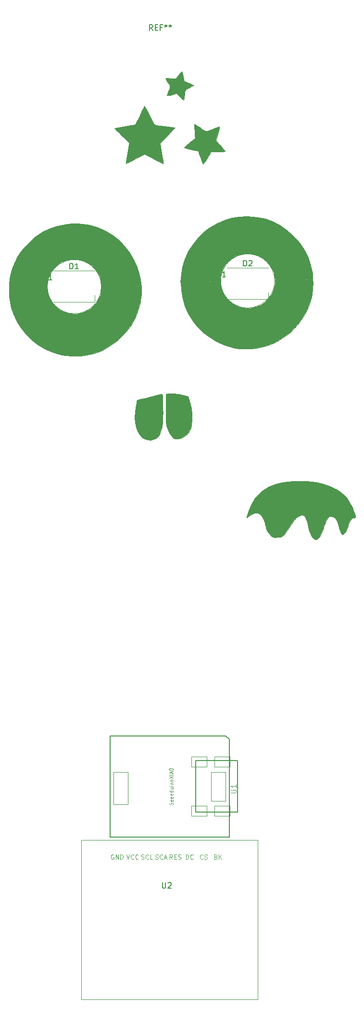
<source format=gbr>
G04 #@! TF.GenerationSoftware,KiCad,Pcbnew,(5.1.2)-1*
G04 #@! TF.CreationDate,2023-11-23T12:08:04+09:00*
G04 #@! TF.ProjectId,gopher_party_xiao_v2,676f7068-6572-45f7-9061-7274795f7869,rev?*
G04 #@! TF.SameCoordinates,Original*
G04 #@! TF.FileFunction,Legend,Top*
G04 #@! TF.FilePolarity,Positive*
%FSLAX46Y46*%
G04 Gerber Fmt 4.6, Leading zero omitted, Abs format (unit mm)*
G04 Created by KiCad (PCBNEW (5.1.2)-1) date 2023-11-23 12:08:04*
%MOMM*%
%LPD*%
G04 APERTURE LIST*
%ADD10C,0.120000*%
%ADD11C,0.100000*%
%ADD12C,0.127000*%
%ADD13C,0.066040*%
%ADD14C,0.150000*%
%ADD15C,0.101600*%
%ADD16C,0.076200*%
G04 APERTURE END LIST*
D10*
X80620000Y-172500000D02*
X111620000Y-172500000D01*
X111620000Y-172500000D02*
X111620000Y-200500000D01*
X111620000Y-200500000D02*
X80620000Y-200500000D01*
X80620000Y-200500000D02*
X80620000Y-172500000D01*
D11*
G36*
X109880000Y-62880000D02*
G01*
X111470000Y-62990000D01*
X112980000Y-63300000D01*
X114330000Y-63790000D01*
X115620000Y-64450000D01*
X116910000Y-65360000D01*
X118210000Y-66570000D01*
X119100000Y-67610000D01*
X119880000Y-68810000D01*
X120550000Y-70140000D01*
X120970000Y-71470000D01*
X121270000Y-72950000D01*
X121330000Y-73980000D01*
X119110000Y-74040000D01*
X116430000Y-74020000D01*
X115140000Y-74040000D01*
X114690000Y-73990000D01*
X114640000Y-73520000D01*
X114510000Y-72880000D01*
X114260000Y-72220000D01*
X113970000Y-71700000D01*
X113630000Y-71210000D01*
X113300000Y-70850000D01*
X112970000Y-70530000D01*
X112500000Y-70180000D01*
X111990000Y-69920000D01*
X111340000Y-69630000D01*
X110810000Y-69510000D01*
X110180000Y-69440000D01*
X109540000Y-69440000D01*
X108990000Y-69500000D01*
X108350000Y-69670000D01*
X107760000Y-69920000D01*
X107410000Y-70110000D01*
X106860000Y-70500000D01*
X106390000Y-70870000D01*
X106000000Y-71370000D01*
X105660000Y-71920000D01*
X105390000Y-72490000D01*
X105220000Y-73020000D01*
X105130000Y-73520000D01*
X105090000Y-73790000D01*
X105080000Y-74070000D01*
X105070000Y-74310000D01*
X98060000Y-74420000D01*
X98080000Y-73880000D01*
X98150000Y-73030000D01*
X98370000Y-71850000D01*
X98420000Y-71620000D01*
X98720000Y-70680000D01*
X99410000Y-69080000D01*
X100130000Y-67900000D01*
X100950000Y-66800000D01*
X102010000Y-65750000D01*
X103070000Y-64920000D01*
X104460000Y-64110000D01*
X105950000Y-63470000D01*
X107150000Y-63130000D01*
X108390000Y-62930000D01*
X109880000Y-62880000D01*
G37*
X109880000Y-62880000D02*
X111470000Y-62990000D01*
X112980000Y-63300000D01*
X114330000Y-63790000D01*
X115620000Y-64450000D01*
X116910000Y-65360000D01*
X118210000Y-66570000D01*
X119100000Y-67610000D01*
X119880000Y-68810000D01*
X120550000Y-70140000D01*
X120970000Y-71470000D01*
X121270000Y-72950000D01*
X121330000Y-73980000D01*
X119110000Y-74040000D01*
X116430000Y-74020000D01*
X115140000Y-74040000D01*
X114690000Y-73990000D01*
X114640000Y-73520000D01*
X114510000Y-72880000D01*
X114260000Y-72220000D01*
X113970000Y-71700000D01*
X113630000Y-71210000D01*
X113300000Y-70850000D01*
X112970000Y-70530000D01*
X112500000Y-70180000D01*
X111990000Y-69920000D01*
X111340000Y-69630000D01*
X110810000Y-69510000D01*
X110180000Y-69440000D01*
X109540000Y-69440000D01*
X108990000Y-69500000D01*
X108350000Y-69670000D01*
X107760000Y-69920000D01*
X107410000Y-70110000D01*
X106860000Y-70500000D01*
X106390000Y-70870000D01*
X106000000Y-71370000D01*
X105660000Y-71920000D01*
X105390000Y-72490000D01*
X105220000Y-73020000D01*
X105130000Y-73520000D01*
X105090000Y-73790000D01*
X105080000Y-74070000D01*
X105070000Y-74310000D01*
X98060000Y-74420000D01*
X98080000Y-73880000D01*
X98150000Y-73030000D01*
X98370000Y-71850000D01*
X98420000Y-71620000D01*
X98720000Y-70680000D01*
X99410000Y-69080000D01*
X100130000Y-67900000D01*
X100950000Y-66800000D01*
X102010000Y-65750000D01*
X103070000Y-64920000D01*
X104460000Y-64110000D01*
X105950000Y-63470000D01*
X107150000Y-63130000D01*
X108390000Y-62930000D01*
X109880000Y-62880000D01*
G36*
X114690000Y-74050000D02*
G01*
X121330000Y-74010000D01*
X121360000Y-74500000D01*
X121310000Y-75690000D01*
X121110000Y-77070000D01*
X120710000Y-78410000D01*
X120130000Y-79760000D01*
X119050000Y-81490000D01*
X118030000Y-82670000D01*
X116980000Y-83600000D01*
X115710000Y-84490000D01*
X114510000Y-85130000D01*
X113180000Y-85650000D01*
X111360000Y-86040000D01*
X110290000Y-86150000D01*
X109200000Y-86160000D01*
X108400000Y-86110000D01*
X107680000Y-86030000D01*
X107120000Y-85910000D01*
X105740000Y-85490000D01*
X104350000Y-84860000D01*
X103150000Y-84150000D01*
X101990000Y-83250000D01*
X100900000Y-82150000D01*
X100100000Y-81120000D01*
X99310000Y-79790000D01*
X98800000Y-78650000D01*
X98410000Y-77340000D01*
X98160000Y-75940000D01*
X98080000Y-74430000D01*
X105060000Y-74350000D01*
X105120000Y-74820000D01*
X105230000Y-75520000D01*
X105510000Y-76250000D01*
X105960000Y-77030000D01*
X106540000Y-77690000D01*
X107300000Y-78300000D01*
X108250000Y-78740000D01*
X108950000Y-78940000D01*
X109860000Y-79040000D01*
X110340000Y-79010000D01*
X110970000Y-78890000D01*
X111690000Y-78690000D01*
X112040000Y-78520000D01*
X112510000Y-78240000D01*
X112980000Y-77890000D01*
X113470000Y-77420000D01*
X113790000Y-77010000D01*
X114070000Y-76580000D01*
X114440000Y-75760000D01*
X114660000Y-74760000D01*
X114670000Y-74460000D01*
X114690000Y-74050000D01*
G37*
X114690000Y-74050000D02*
X121330000Y-74010000D01*
X121360000Y-74500000D01*
X121310000Y-75690000D01*
X121110000Y-77070000D01*
X120710000Y-78410000D01*
X120130000Y-79760000D01*
X119050000Y-81490000D01*
X118030000Y-82670000D01*
X116980000Y-83600000D01*
X115710000Y-84490000D01*
X114510000Y-85130000D01*
X113180000Y-85650000D01*
X111360000Y-86040000D01*
X110290000Y-86150000D01*
X109200000Y-86160000D01*
X108400000Y-86110000D01*
X107680000Y-86030000D01*
X107120000Y-85910000D01*
X105740000Y-85490000D01*
X104350000Y-84860000D01*
X103150000Y-84150000D01*
X101990000Y-83250000D01*
X100900000Y-82150000D01*
X100100000Y-81120000D01*
X99310000Y-79790000D01*
X98800000Y-78650000D01*
X98410000Y-77340000D01*
X98160000Y-75940000D01*
X98080000Y-74430000D01*
X105060000Y-74350000D01*
X105120000Y-74820000D01*
X105230000Y-75520000D01*
X105510000Y-76250000D01*
X105960000Y-77030000D01*
X106540000Y-77690000D01*
X107300000Y-78300000D01*
X108250000Y-78740000D01*
X108950000Y-78940000D01*
X109860000Y-79040000D01*
X110340000Y-79010000D01*
X110970000Y-78890000D01*
X111690000Y-78690000D01*
X112040000Y-78520000D01*
X112510000Y-78240000D01*
X112980000Y-77890000D01*
X113470000Y-77420000D01*
X113790000Y-77010000D01*
X114070000Y-76580000D01*
X114440000Y-75760000D01*
X114660000Y-74760000D01*
X114670000Y-74460000D01*
X114690000Y-74050000D01*
G36*
X79180000Y-64150000D02*
G01*
X80020000Y-64170000D01*
X80790000Y-64220000D01*
X81580000Y-64310000D01*
X82360000Y-64460000D01*
X83440000Y-64810000D01*
X84820000Y-65420000D01*
X86080000Y-66180000D01*
X87160000Y-67040000D01*
X88230000Y-68110000D01*
X89140000Y-69280000D01*
X89850000Y-70500000D01*
X90400000Y-71760000D01*
X90820000Y-73190000D01*
X90900000Y-73630000D01*
X91080000Y-74670000D01*
X91110000Y-74770000D01*
X91130000Y-75080000D01*
X91130000Y-75150000D01*
X89770000Y-75180000D01*
X87080000Y-75130000D01*
X84710000Y-75090000D01*
X84260000Y-75070000D01*
X84160000Y-75060000D01*
X84090000Y-74420000D01*
X83950000Y-73850000D01*
X83760000Y-73280000D01*
X83500000Y-72810000D01*
X83140000Y-72280000D01*
X82800000Y-71860000D01*
X82410000Y-71530000D01*
X81960000Y-71190000D01*
X81500000Y-70930000D01*
X81060000Y-70730000D01*
X80490000Y-70560000D01*
X80000000Y-70470000D01*
X79460000Y-70430000D01*
X78970000Y-70440000D01*
X78460000Y-70510000D01*
X77700000Y-70710000D01*
X77050000Y-71020000D01*
X76390000Y-71460000D01*
X76000000Y-71800000D01*
X75720000Y-72100000D01*
X75370000Y-72550000D01*
X75040000Y-73140000D01*
X74800000Y-73730000D01*
X74690000Y-74100000D01*
X74590000Y-74640000D01*
X74550000Y-75070000D01*
X74550000Y-75390000D01*
X74570000Y-75610000D01*
X71390000Y-75700000D01*
X67850000Y-75710000D01*
X67850000Y-75200000D01*
X67860000Y-74850000D01*
X67970000Y-73800000D01*
X68200000Y-72700000D01*
X68550000Y-71670000D01*
X69360000Y-69990000D01*
X69870000Y-69170000D01*
X70170000Y-68770000D01*
X70920000Y-67940000D01*
X71510000Y-67320000D01*
X72550000Y-66440000D01*
X73810000Y-65590000D01*
X75090000Y-64960000D01*
X76450000Y-64520000D01*
X78130000Y-64210000D01*
X79180000Y-64150000D01*
G37*
X79180000Y-64150000D02*
X80020000Y-64170000D01*
X80790000Y-64220000D01*
X81580000Y-64310000D01*
X82360000Y-64460000D01*
X83440000Y-64810000D01*
X84820000Y-65420000D01*
X86080000Y-66180000D01*
X87160000Y-67040000D01*
X88230000Y-68110000D01*
X89140000Y-69280000D01*
X89850000Y-70500000D01*
X90400000Y-71760000D01*
X90820000Y-73190000D01*
X90900000Y-73630000D01*
X91080000Y-74670000D01*
X91110000Y-74770000D01*
X91130000Y-75080000D01*
X91130000Y-75150000D01*
X89770000Y-75180000D01*
X87080000Y-75130000D01*
X84710000Y-75090000D01*
X84260000Y-75070000D01*
X84160000Y-75060000D01*
X84090000Y-74420000D01*
X83950000Y-73850000D01*
X83760000Y-73280000D01*
X83500000Y-72810000D01*
X83140000Y-72280000D01*
X82800000Y-71860000D01*
X82410000Y-71530000D01*
X81960000Y-71190000D01*
X81500000Y-70930000D01*
X81060000Y-70730000D01*
X80490000Y-70560000D01*
X80000000Y-70470000D01*
X79460000Y-70430000D01*
X78970000Y-70440000D01*
X78460000Y-70510000D01*
X77700000Y-70710000D01*
X77050000Y-71020000D01*
X76390000Y-71460000D01*
X76000000Y-71800000D01*
X75720000Y-72100000D01*
X75370000Y-72550000D01*
X75040000Y-73140000D01*
X74800000Y-73730000D01*
X74690000Y-74100000D01*
X74590000Y-74640000D01*
X74550000Y-75070000D01*
X74550000Y-75390000D01*
X74570000Y-75610000D01*
X71390000Y-75700000D01*
X67850000Y-75710000D01*
X67850000Y-75200000D01*
X67860000Y-74850000D01*
X67970000Y-73800000D01*
X68200000Y-72700000D01*
X68550000Y-71670000D01*
X69360000Y-69990000D01*
X69870000Y-69170000D01*
X70170000Y-68770000D01*
X70920000Y-67940000D01*
X71510000Y-67320000D01*
X72550000Y-66440000D01*
X73810000Y-65590000D01*
X75090000Y-64960000D01*
X76450000Y-64520000D01*
X78130000Y-64210000D01*
X79180000Y-64150000D01*
G36*
X84140000Y-75100000D02*
G01*
X91130000Y-75180000D01*
X91140000Y-75930000D01*
X91140000Y-76550000D01*
X91010000Y-77580000D01*
X90960000Y-77970000D01*
X90590000Y-79380000D01*
X90060000Y-80710000D01*
X89350000Y-81980000D01*
X88480000Y-83180000D01*
X86720000Y-84910000D01*
X85500000Y-85760000D01*
X84180000Y-86460000D01*
X82800000Y-86970000D01*
X81180000Y-87330000D01*
X80350000Y-87410000D01*
X79490000Y-87440000D01*
X78780000Y-87420000D01*
X77930000Y-87370000D01*
X77120000Y-87230000D01*
X76050000Y-86920000D01*
X75540000Y-86770000D01*
X74230000Y-86200000D01*
X73000000Y-85480000D01*
X71870000Y-84610000D01*
X71170000Y-83930000D01*
X70840000Y-83610000D01*
X69900000Y-82440000D01*
X69270000Y-81400000D01*
X68580000Y-79910000D01*
X68240000Y-78910000D01*
X68010000Y-77920000D01*
X67900000Y-76990000D01*
X67870000Y-76000000D01*
X67850000Y-75700000D01*
X74580000Y-75630000D01*
X74680000Y-76380000D01*
X74930000Y-77080000D01*
X75190000Y-77600000D01*
X75440000Y-78010000D01*
X75740000Y-78380000D01*
X76090000Y-78740000D01*
X76480000Y-79070000D01*
X76890000Y-79350000D01*
X77300000Y-79560000D01*
X77690000Y-79730000D01*
X78190000Y-79890000D01*
X78660000Y-79980000D01*
X79380000Y-80030000D01*
X79850000Y-80010000D01*
X80520000Y-79890000D01*
X81010000Y-79740000D01*
X81460000Y-79540000D01*
X81960000Y-79270000D01*
X82340000Y-78990000D01*
X82640000Y-78730000D01*
X82970000Y-78400000D01*
X83290000Y-77990000D01*
X83500000Y-77650000D01*
X83750000Y-77170000D01*
X83930000Y-76710000D01*
X84080000Y-76090000D01*
X84160000Y-75490000D01*
X84140000Y-75100000D01*
G37*
X84140000Y-75100000D02*
X91130000Y-75180000D01*
X91140000Y-75930000D01*
X91140000Y-76550000D01*
X91010000Y-77580000D01*
X90960000Y-77970000D01*
X90590000Y-79380000D01*
X90060000Y-80710000D01*
X89350000Y-81980000D01*
X88480000Y-83180000D01*
X86720000Y-84910000D01*
X85500000Y-85760000D01*
X84180000Y-86460000D01*
X82800000Y-86970000D01*
X81180000Y-87330000D01*
X80350000Y-87410000D01*
X79490000Y-87440000D01*
X78780000Y-87420000D01*
X77930000Y-87370000D01*
X77120000Y-87230000D01*
X76050000Y-86920000D01*
X75540000Y-86770000D01*
X74230000Y-86200000D01*
X73000000Y-85480000D01*
X71870000Y-84610000D01*
X71170000Y-83930000D01*
X70840000Y-83610000D01*
X69900000Y-82440000D01*
X69270000Y-81400000D01*
X68580000Y-79910000D01*
X68240000Y-78910000D01*
X68010000Y-77920000D01*
X67900000Y-76990000D01*
X67870000Y-76000000D01*
X67850000Y-75700000D01*
X74580000Y-75630000D01*
X74680000Y-76380000D01*
X74930000Y-77080000D01*
X75190000Y-77600000D01*
X75440000Y-78010000D01*
X75740000Y-78380000D01*
X76090000Y-78740000D01*
X76480000Y-79070000D01*
X76890000Y-79350000D01*
X77300000Y-79560000D01*
X77690000Y-79730000D01*
X78190000Y-79890000D01*
X78660000Y-79980000D01*
X79380000Y-80030000D01*
X79850000Y-80010000D01*
X80520000Y-79890000D01*
X81010000Y-79740000D01*
X81460000Y-79540000D01*
X81960000Y-79270000D01*
X82340000Y-78990000D01*
X82640000Y-78730000D01*
X82970000Y-78400000D01*
X83290000Y-77990000D01*
X83500000Y-77650000D01*
X83750000Y-77170000D01*
X83930000Y-76710000D01*
X84080000Y-76090000D01*
X84160000Y-75490000D01*
X84140000Y-75100000D01*
D10*
X114626588Y-74226588D02*
G75*
G03X114626588Y-74226588I-4746588J0D01*
G01*
D11*
G36*
X119590000Y-109400000D02*
G01*
X120310000Y-109430000D01*
X121970000Y-109610000D01*
X123220000Y-109930000D01*
X124300000Y-110270000D01*
X125580000Y-110900000D01*
X126410000Y-111500000D01*
X127290000Y-112330000D01*
X127930000Y-113300000D01*
X128330000Y-114040000D01*
X128540000Y-114580000D01*
X128730000Y-115220000D01*
X128810000Y-115680000D01*
X128820000Y-115770000D01*
X128790000Y-115830000D01*
X128710000Y-115820000D01*
X128510000Y-115850000D01*
X128260000Y-115970000D01*
X128110000Y-116090000D01*
X127960000Y-116290000D01*
X127830000Y-116570000D01*
X127780000Y-116700000D01*
X127600000Y-117150000D01*
X127560000Y-117270000D01*
X127350000Y-117780000D01*
X127300000Y-117910000D01*
X127120000Y-118250000D01*
X127050000Y-118390000D01*
X126830000Y-118680000D01*
X126620000Y-118800000D01*
X126430000Y-118730000D01*
X126350000Y-118630000D01*
X126290000Y-118520000D01*
X126230000Y-118350000D01*
X126110000Y-118030000D01*
X126070000Y-117900000D01*
X125980000Y-117600000D01*
X125850000Y-117170000D01*
X125770000Y-116930000D01*
X125590000Y-116440000D01*
X125300000Y-115970000D01*
X124980000Y-115700000D01*
X124590000Y-115590000D01*
X124310000Y-115630000D01*
X124090000Y-115760000D01*
X123900000Y-116040000D01*
X123630000Y-116570000D01*
X123560000Y-116740000D01*
X123420000Y-117050000D01*
X123250000Y-117530000D01*
X123130000Y-117880000D01*
X123050000Y-118120000D01*
X122930000Y-118410000D01*
X122870000Y-118570000D01*
X122640000Y-119070000D01*
X122430000Y-119350000D01*
X122060000Y-119650000D01*
X121740000Y-119680000D01*
X121440000Y-119540000D01*
X121200000Y-119250000D01*
X120940000Y-118740000D01*
X120710000Y-118180000D01*
X120550000Y-117440000D01*
X120350000Y-116620000D01*
X120150000Y-116060000D01*
X119940000Y-115650000D01*
X119690000Y-115430000D01*
X119430000Y-115390000D01*
X119190000Y-115410000D01*
X118820000Y-115570000D01*
X118420000Y-115880000D01*
X118000000Y-116340000D01*
X117560000Y-116950000D01*
X117300000Y-117370000D01*
X116930000Y-117950000D01*
X116730000Y-118250000D01*
X116410000Y-118720000D01*
X116120000Y-119000000D01*
X115880000Y-119170000D01*
X115610000Y-119250000D01*
X115310000Y-119290000D01*
X114640000Y-119330000D01*
X114120000Y-119140000D01*
X113720000Y-118660000D01*
X113360000Y-118220000D01*
X113210000Y-117880000D01*
X113100000Y-117550000D01*
X113060000Y-117440000D01*
X113000000Y-117210000D01*
X112920000Y-116870000D01*
X112900000Y-116780000D01*
X112670000Y-116080000D01*
X112350000Y-115550000D01*
X111980000Y-115190000D01*
X111540000Y-115030000D01*
X111060000Y-115050000D01*
X110530000Y-115250000D01*
X110170000Y-115500000D01*
X109950000Y-115660000D01*
X109800000Y-115780000D01*
X109720000Y-115820000D01*
X109700000Y-115760000D01*
X109740000Y-115570000D01*
X109850000Y-115190000D01*
X109960000Y-114860000D01*
X110430000Y-113700000D01*
X110520000Y-113510000D01*
X111080000Y-112570000D01*
X111730000Y-111770000D01*
X112550000Y-111060000D01*
X113520000Y-110460000D01*
X114760000Y-109950000D01*
X115820000Y-109650000D01*
X116910000Y-109480000D01*
X118090000Y-109390000D01*
X119170000Y-109390000D01*
X119590000Y-109400000D01*
G37*
X119590000Y-109400000D02*
X120310000Y-109430000D01*
X121970000Y-109610000D01*
X123220000Y-109930000D01*
X124300000Y-110270000D01*
X125580000Y-110900000D01*
X126410000Y-111500000D01*
X127290000Y-112330000D01*
X127930000Y-113300000D01*
X128330000Y-114040000D01*
X128540000Y-114580000D01*
X128730000Y-115220000D01*
X128810000Y-115680000D01*
X128820000Y-115770000D01*
X128790000Y-115830000D01*
X128710000Y-115820000D01*
X128510000Y-115850000D01*
X128260000Y-115970000D01*
X128110000Y-116090000D01*
X127960000Y-116290000D01*
X127830000Y-116570000D01*
X127780000Y-116700000D01*
X127600000Y-117150000D01*
X127560000Y-117270000D01*
X127350000Y-117780000D01*
X127300000Y-117910000D01*
X127120000Y-118250000D01*
X127050000Y-118390000D01*
X126830000Y-118680000D01*
X126620000Y-118800000D01*
X126430000Y-118730000D01*
X126350000Y-118630000D01*
X126290000Y-118520000D01*
X126230000Y-118350000D01*
X126110000Y-118030000D01*
X126070000Y-117900000D01*
X125980000Y-117600000D01*
X125850000Y-117170000D01*
X125770000Y-116930000D01*
X125590000Y-116440000D01*
X125300000Y-115970000D01*
X124980000Y-115700000D01*
X124590000Y-115590000D01*
X124310000Y-115630000D01*
X124090000Y-115760000D01*
X123900000Y-116040000D01*
X123630000Y-116570000D01*
X123560000Y-116740000D01*
X123420000Y-117050000D01*
X123250000Y-117530000D01*
X123130000Y-117880000D01*
X123050000Y-118120000D01*
X122930000Y-118410000D01*
X122870000Y-118570000D01*
X122640000Y-119070000D01*
X122430000Y-119350000D01*
X122060000Y-119650000D01*
X121740000Y-119680000D01*
X121440000Y-119540000D01*
X121200000Y-119250000D01*
X120940000Y-118740000D01*
X120710000Y-118180000D01*
X120550000Y-117440000D01*
X120350000Y-116620000D01*
X120150000Y-116060000D01*
X119940000Y-115650000D01*
X119690000Y-115430000D01*
X119430000Y-115390000D01*
X119190000Y-115410000D01*
X118820000Y-115570000D01*
X118420000Y-115880000D01*
X118000000Y-116340000D01*
X117560000Y-116950000D01*
X117300000Y-117370000D01*
X116930000Y-117950000D01*
X116730000Y-118250000D01*
X116410000Y-118720000D01*
X116120000Y-119000000D01*
X115880000Y-119170000D01*
X115610000Y-119250000D01*
X115310000Y-119290000D01*
X114640000Y-119330000D01*
X114120000Y-119140000D01*
X113720000Y-118660000D01*
X113360000Y-118220000D01*
X113210000Y-117880000D01*
X113100000Y-117550000D01*
X113060000Y-117440000D01*
X113000000Y-117210000D01*
X112920000Y-116870000D01*
X112900000Y-116780000D01*
X112670000Y-116080000D01*
X112350000Y-115550000D01*
X111980000Y-115190000D01*
X111540000Y-115030000D01*
X111060000Y-115050000D01*
X110530000Y-115250000D01*
X110170000Y-115500000D01*
X109950000Y-115660000D01*
X109800000Y-115780000D01*
X109720000Y-115820000D01*
X109700000Y-115760000D01*
X109740000Y-115570000D01*
X109850000Y-115190000D01*
X109960000Y-114860000D01*
X110430000Y-113700000D01*
X110520000Y-113510000D01*
X111080000Y-112570000D01*
X111730000Y-111770000D01*
X112550000Y-111060000D01*
X113520000Y-110460000D01*
X114760000Y-109950000D01*
X115820000Y-109650000D01*
X116910000Y-109480000D01*
X118090000Y-109390000D01*
X119170000Y-109390000D01*
X119590000Y-109400000D01*
G36*
X91710000Y-43490000D02*
G01*
X91860000Y-43760000D01*
X92230000Y-44440000D01*
X92590000Y-45150000D01*
X93200000Y-46320000D01*
X93350000Y-46570000D01*
X93470000Y-46710000D01*
X93580000Y-46790000D01*
X93700000Y-46830000D01*
X94510000Y-46950000D01*
X95900000Y-47150000D01*
X97120000Y-47320000D01*
X96610000Y-47800000D01*
X96130000Y-48310000D01*
X95470000Y-48970000D01*
X94440000Y-50000000D01*
X94440000Y-50020000D01*
X94550000Y-50640000D01*
X94660000Y-51300000D01*
X94750000Y-51800000D01*
X94830000Y-52280000D01*
X94900000Y-52740000D01*
X94950000Y-53030000D01*
X94960000Y-53140000D01*
X94980000Y-53270000D01*
X95000000Y-53410000D01*
X95010000Y-53510000D01*
X95020000Y-53610000D01*
X94990000Y-53610000D01*
X94920000Y-53580000D01*
X94570000Y-53400000D01*
X93970000Y-53100000D01*
X92750000Y-52460000D01*
X92200000Y-52180000D01*
X91720000Y-51920000D01*
X91500000Y-52030000D01*
X90500000Y-52560000D01*
X89700000Y-52980000D01*
X89060000Y-53310000D01*
X88720000Y-53480000D01*
X88450000Y-53610000D01*
X88450000Y-53520000D01*
X88470000Y-53330000D01*
X88540000Y-52800000D01*
X88700000Y-51790000D01*
X88870000Y-50800000D01*
X88980000Y-50180000D01*
X89020000Y-49970000D01*
X88790000Y-49740000D01*
X88330000Y-49300000D01*
X88080000Y-49050000D01*
X87630000Y-48610000D01*
X87330000Y-48320000D01*
X87070000Y-48070000D01*
X86880000Y-47880000D01*
X86680000Y-47670000D01*
X86490000Y-47480000D01*
X86420000Y-47390000D01*
X86510000Y-47360000D01*
X87010000Y-47250000D01*
X87910000Y-47100000D01*
X88780000Y-46970000D01*
X89960000Y-46780000D01*
X90090000Y-46750000D01*
X90790000Y-45330000D01*
X91250000Y-44350000D01*
X91590000Y-43700000D01*
X91710000Y-43490000D01*
G37*
X91710000Y-43490000D02*
X91860000Y-43760000D01*
X92230000Y-44440000D01*
X92590000Y-45150000D01*
X93200000Y-46320000D01*
X93350000Y-46570000D01*
X93470000Y-46710000D01*
X93580000Y-46790000D01*
X93700000Y-46830000D01*
X94510000Y-46950000D01*
X95900000Y-47150000D01*
X97120000Y-47320000D01*
X96610000Y-47800000D01*
X96130000Y-48310000D01*
X95470000Y-48970000D01*
X94440000Y-50000000D01*
X94440000Y-50020000D01*
X94550000Y-50640000D01*
X94660000Y-51300000D01*
X94750000Y-51800000D01*
X94830000Y-52280000D01*
X94900000Y-52740000D01*
X94950000Y-53030000D01*
X94960000Y-53140000D01*
X94980000Y-53270000D01*
X95000000Y-53410000D01*
X95010000Y-53510000D01*
X95020000Y-53610000D01*
X94990000Y-53610000D01*
X94920000Y-53580000D01*
X94570000Y-53400000D01*
X93970000Y-53100000D01*
X92750000Y-52460000D01*
X92200000Y-52180000D01*
X91720000Y-51920000D01*
X91500000Y-52030000D01*
X90500000Y-52560000D01*
X89700000Y-52980000D01*
X89060000Y-53310000D01*
X88720000Y-53480000D01*
X88450000Y-53610000D01*
X88450000Y-53520000D01*
X88470000Y-53330000D01*
X88540000Y-52800000D01*
X88700000Y-51790000D01*
X88870000Y-50800000D01*
X88980000Y-50180000D01*
X89020000Y-49970000D01*
X88790000Y-49740000D01*
X88330000Y-49300000D01*
X88080000Y-49050000D01*
X87630000Y-48610000D01*
X87330000Y-48320000D01*
X87070000Y-48070000D01*
X86880000Y-47880000D01*
X86680000Y-47670000D01*
X86490000Y-47480000D01*
X86420000Y-47390000D01*
X86510000Y-47360000D01*
X87010000Y-47250000D01*
X87910000Y-47100000D01*
X88780000Y-46970000D01*
X89960000Y-46780000D01*
X90090000Y-46750000D01*
X90790000Y-45330000D01*
X91250000Y-44350000D01*
X91590000Y-43700000D01*
X91710000Y-43490000D01*
G36*
X100470000Y-46590000D02*
G01*
X100970000Y-46920000D01*
X101550000Y-47300000D01*
X101950000Y-47580000D01*
X102270000Y-47770000D01*
X102540000Y-47870000D01*
X102770000Y-47880000D01*
X103010000Y-47820000D01*
X103420000Y-47660000D01*
X103740000Y-47530000D01*
X104070000Y-47400000D01*
X104300000Y-47310000D01*
X104580000Y-47200000D01*
X104830000Y-47110000D01*
X104910000Y-47100000D01*
X104920000Y-47100000D01*
X104900000Y-47220000D01*
X104860000Y-47420000D01*
X104520000Y-48700000D01*
X104310000Y-49460000D01*
X104310000Y-49490000D01*
X104490000Y-49710000D01*
X104830000Y-50120000D01*
X105010000Y-50320000D01*
X105310000Y-50690000D01*
X105570000Y-50990000D01*
X105830000Y-51300000D01*
X105930000Y-51410000D01*
X105780000Y-51440000D01*
X105460000Y-51490000D01*
X104900000Y-51530000D01*
X103420000Y-51550000D01*
X103300000Y-51750000D01*
X103100000Y-52080000D01*
X102850000Y-52500000D01*
X102750000Y-52660000D01*
X102590000Y-52910000D01*
X102400000Y-53210000D01*
X102290000Y-53380000D01*
X102120000Y-53620000D01*
X102050000Y-53700000D01*
X101990000Y-53590000D01*
X101870000Y-53310000D01*
X101560000Y-52530000D01*
X101350000Y-51970000D01*
X101130000Y-51380000D01*
X100490000Y-51230000D01*
X99790000Y-51060000D01*
X99120000Y-50900000D01*
X98630000Y-50760000D01*
X98690000Y-50720000D01*
X98750000Y-50670000D01*
X99340000Y-50200000D01*
X99980000Y-49690000D01*
X100610000Y-49160000D01*
X100580000Y-48630000D01*
X100540000Y-47900000D01*
X100510000Y-47230000D01*
X100470000Y-46590000D01*
G37*
X100470000Y-46590000D02*
X100970000Y-46920000D01*
X101550000Y-47300000D01*
X101950000Y-47580000D01*
X102270000Y-47770000D01*
X102540000Y-47870000D01*
X102770000Y-47880000D01*
X103010000Y-47820000D01*
X103420000Y-47660000D01*
X103740000Y-47530000D01*
X104070000Y-47400000D01*
X104300000Y-47310000D01*
X104580000Y-47200000D01*
X104830000Y-47110000D01*
X104910000Y-47100000D01*
X104920000Y-47100000D01*
X104900000Y-47220000D01*
X104860000Y-47420000D01*
X104520000Y-48700000D01*
X104310000Y-49460000D01*
X104310000Y-49490000D01*
X104490000Y-49710000D01*
X104830000Y-50120000D01*
X105010000Y-50320000D01*
X105310000Y-50690000D01*
X105570000Y-50990000D01*
X105830000Y-51300000D01*
X105930000Y-51410000D01*
X105780000Y-51440000D01*
X105460000Y-51490000D01*
X104900000Y-51530000D01*
X103420000Y-51550000D01*
X103300000Y-51750000D01*
X103100000Y-52080000D01*
X102850000Y-52500000D01*
X102750000Y-52660000D01*
X102590000Y-52910000D01*
X102400000Y-53210000D01*
X102290000Y-53380000D01*
X102120000Y-53620000D01*
X102050000Y-53700000D01*
X101990000Y-53590000D01*
X101870000Y-53310000D01*
X101560000Y-52530000D01*
X101350000Y-51970000D01*
X101130000Y-51380000D01*
X100490000Y-51230000D01*
X99790000Y-51060000D01*
X99120000Y-50900000D01*
X98630000Y-50760000D01*
X98690000Y-50720000D01*
X98750000Y-50670000D01*
X99340000Y-50200000D01*
X99980000Y-49690000D01*
X100610000Y-49160000D01*
X100580000Y-48630000D01*
X100540000Y-47900000D01*
X100510000Y-47230000D01*
X100470000Y-46590000D01*
G36*
X98290000Y-37400000D02*
G01*
X98360000Y-37600000D01*
X98440000Y-37920000D01*
X98610000Y-38720000D01*
X98680000Y-39130000D01*
X99070000Y-39280000D01*
X100360000Y-39800000D01*
X99490000Y-40300000D01*
X99250000Y-40450000D01*
X99030000Y-40590000D01*
X98950000Y-40650000D01*
X98830000Y-40780000D01*
X98780000Y-40910000D01*
X98780000Y-40960000D01*
X98770000Y-41190000D01*
X98750000Y-41500000D01*
X98730000Y-41700000D01*
X98710000Y-41910000D01*
X98680000Y-42130000D01*
X98630000Y-42360000D01*
X98590000Y-42450000D01*
X98500000Y-42380000D01*
X98200000Y-42120000D01*
X97560000Y-41520000D01*
X97330000Y-41300000D01*
X97280000Y-41310000D01*
X96970000Y-41390000D01*
X96530000Y-41500000D01*
X96210000Y-41580000D01*
X95870000Y-41650000D01*
X95700000Y-41650000D01*
X95650000Y-41570000D01*
X95700000Y-41400000D01*
X95930000Y-40880000D01*
X96050000Y-40600000D01*
X96160000Y-40310000D01*
X96190000Y-40090000D01*
X96150000Y-39900000D01*
X96040000Y-39670000D01*
X95860000Y-39370000D01*
X95670000Y-39060000D01*
X95550000Y-38860000D01*
X95400000Y-38620000D01*
X95420000Y-38610000D01*
X95570000Y-38590000D01*
X95880000Y-38590000D01*
X96200000Y-38610000D01*
X96550000Y-38640000D01*
X96880000Y-38660000D01*
X97170000Y-38680000D01*
X97240000Y-38610000D01*
X97430000Y-38380000D01*
X97780000Y-37960000D01*
X98030000Y-37660000D01*
X98210000Y-37470000D01*
X98290000Y-37400000D01*
G37*
X98290000Y-37400000D02*
X98360000Y-37600000D01*
X98440000Y-37920000D01*
X98610000Y-38720000D01*
X98680000Y-39130000D01*
X99070000Y-39280000D01*
X100360000Y-39800000D01*
X99490000Y-40300000D01*
X99250000Y-40450000D01*
X99030000Y-40590000D01*
X98950000Y-40650000D01*
X98830000Y-40780000D01*
X98780000Y-40910000D01*
X98780000Y-40960000D01*
X98770000Y-41190000D01*
X98750000Y-41500000D01*
X98730000Y-41700000D01*
X98710000Y-41910000D01*
X98680000Y-42130000D01*
X98630000Y-42360000D01*
X98590000Y-42450000D01*
X98500000Y-42380000D01*
X98200000Y-42120000D01*
X97560000Y-41520000D01*
X97330000Y-41300000D01*
X97280000Y-41310000D01*
X96970000Y-41390000D01*
X96530000Y-41500000D01*
X96210000Y-41580000D01*
X95870000Y-41650000D01*
X95700000Y-41650000D01*
X95650000Y-41570000D01*
X95700000Y-41400000D01*
X95930000Y-40880000D01*
X96050000Y-40600000D01*
X96160000Y-40310000D01*
X96190000Y-40090000D01*
X96150000Y-39900000D01*
X96040000Y-39670000D01*
X95860000Y-39370000D01*
X95670000Y-39060000D01*
X95550000Y-38860000D01*
X95400000Y-38620000D01*
X95420000Y-38610000D01*
X95570000Y-38590000D01*
X95880000Y-38590000D01*
X96200000Y-38610000D01*
X96550000Y-38640000D01*
X96880000Y-38660000D01*
X97170000Y-38680000D01*
X97240000Y-38610000D01*
X97430000Y-38380000D01*
X97780000Y-37960000D01*
X98030000Y-37660000D01*
X98210000Y-37470000D01*
X98290000Y-37400000D01*
G36*
X90420000Y-95210000D02*
G01*
X90590000Y-95160000D01*
X91200000Y-94980000D01*
X91730000Y-94840000D01*
X93020000Y-94500000D01*
X93640000Y-94350000D01*
X94310000Y-94190000D01*
X94740000Y-94120000D01*
X94790000Y-94150000D01*
X94820000Y-94220000D01*
X94850000Y-94370000D01*
X94880000Y-94630000D01*
X94890000Y-94960000D01*
X94910000Y-95460000D01*
X94920000Y-96050000D01*
X94930000Y-96720000D01*
X94940000Y-97340000D01*
X94930000Y-98030000D01*
X94930000Y-98290000D01*
X94890000Y-99010000D01*
X94880000Y-99210000D01*
X94820000Y-99700000D01*
X94730000Y-100190000D01*
X94640000Y-100490000D01*
X94480000Y-100950000D01*
X94180000Y-101470000D01*
X93770000Y-101860000D01*
X93290000Y-102100000D01*
X92780000Y-102190000D01*
X92400000Y-102160000D01*
X91950000Y-102060000D01*
X91750000Y-102000000D01*
X91250000Y-101690000D01*
X90850000Y-101250000D01*
X90510000Y-100660000D01*
X90240000Y-99960000D01*
X90070000Y-99130000D01*
X90000000Y-98250000D01*
X90040000Y-97290000D01*
X90130000Y-96590000D01*
X90210000Y-96140000D01*
X90280000Y-95700000D01*
X90350000Y-95400000D01*
X90420000Y-95210000D01*
G37*
X90420000Y-95210000D02*
X90590000Y-95160000D01*
X91200000Y-94980000D01*
X91730000Y-94840000D01*
X93020000Y-94500000D01*
X93640000Y-94350000D01*
X94310000Y-94190000D01*
X94740000Y-94120000D01*
X94790000Y-94150000D01*
X94820000Y-94220000D01*
X94850000Y-94370000D01*
X94880000Y-94630000D01*
X94890000Y-94960000D01*
X94910000Y-95460000D01*
X94920000Y-96050000D01*
X94930000Y-96720000D01*
X94940000Y-97340000D01*
X94930000Y-98030000D01*
X94930000Y-98290000D01*
X94890000Y-99010000D01*
X94880000Y-99210000D01*
X94820000Y-99700000D01*
X94730000Y-100190000D01*
X94640000Y-100490000D01*
X94480000Y-100950000D01*
X94180000Y-101470000D01*
X93770000Y-101860000D01*
X93290000Y-102100000D01*
X92780000Y-102190000D01*
X92400000Y-102160000D01*
X91950000Y-102060000D01*
X91750000Y-102000000D01*
X91250000Y-101690000D01*
X90850000Y-101250000D01*
X90510000Y-100660000D01*
X90240000Y-99960000D01*
X90070000Y-99130000D01*
X90000000Y-98250000D01*
X90040000Y-97290000D01*
X90130000Y-96590000D01*
X90210000Y-96140000D01*
X90280000Y-95700000D01*
X90350000Y-95400000D01*
X90420000Y-95210000D01*
G36*
X95540000Y-94070000D02*
G01*
X95780000Y-94000000D01*
X96230000Y-93990000D01*
X96770000Y-94030000D01*
X97690000Y-94140000D01*
X98660000Y-94360000D01*
X99400000Y-94540000D01*
X99560000Y-95070000D01*
X99660000Y-95370000D01*
X99730000Y-95610000D01*
X99930000Y-96550000D01*
X100060000Y-97590000D01*
X100050000Y-98700000D01*
X100010000Y-99380000D01*
X99960000Y-99800000D01*
X99900000Y-100050000D01*
X99750000Y-100390000D01*
X99420000Y-100920000D01*
X98970000Y-101370000D01*
X98540000Y-101620000D01*
X98400000Y-101720000D01*
X98000000Y-101860000D01*
X97500000Y-101960000D01*
X97040000Y-101940000D01*
X96700000Y-101730000D01*
X96380000Y-101390000D01*
X96090000Y-100950000D01*
X95880000Y-100540000D01*
X95540000Y-99720000D01*
X95520000Y-98650000D01*
X95500000Y-97410000D01*
X95470000Y-96100000D01*
X95470000Y-95200000D01*
X95470000Y-94660000D01*
X95500000Y-94120000D01*
X95540000Y-94070000D01*
G37*
X95540000Y-94070000D02*
X95780000Y-94000000D01*
X96230000Y-93990000D01*
X96770000Y-94030000D01*
X97690000Y-94140000D01*
X98660000Y-94360000D01*
X99400000Y-94540000D01*
X99560000Y-95070000D01*
X99660000Y-95370000D01*
X99730000Y-95610000D01*
X99930000Y-96550000D01*
X100060000Y-97590000D01*
X100050000Y-98700000D01*
X100010000Y-99380000D01*
X99960000Y-99800000D01*
X99900000Y-100050000D01*
X99750000Y-100390000D01*
X99420000Y-100920000D01*
X98970000Y-101370000D01*
X98540000Y-101620000D01*
X98400000Y-101720000D01*
X98000000Y-101860000D01*
X97500000Y-101960000D01*
X97040000Y-101940000D01*
X96700000Y-101730000D01*
X96380000Y-101390000D01*
X96090000Y-100950000D01*
X95880000Y-100540000D01*
X95540000Y-99720000D01*
X95520000Y-98650000D01*
X95500000Y-97410000D01*
X95470000Y-96100000D01*
X95470000Y-95200000D01*
X95470000Y-94660000D01*
X95500000Y-94120000D01*
X95540000Y-94070000D01*
D10*
X84106588Y-75230000D02*
G75*
G03X84106588Y-75230000I-4746588J0D01*
G01*
D12*
X100709820Y-158574200D02*
X108063120Y-158574200D01*
X100709820Y-167573420D02*
X100709820Y-158574200D01*
X108063120Y-167573420D02*
X100709820Y-167573420D01*
X108063120Y-158579280D02*
X108063120Y-167573420D01*
X105967620Y-154180000D02*
X85640000Y-154180000D01*
X106638180Y-154850560D02*
X105967620Y-154180000D01*
X106638180Y-171977780D02*
X106638180Y-154850560D01*
X85640000Y-171977780D02*
X106638180Y-171977780D01*
X85640000Y-154180000D02*
X85640000Y-171977780D01*
D13*
X104055000Y-166499000D02*
X106722000Y-166499000D01*
X106722000Y-166499000D02*
X106722000Y-168277000D01*
X104055000Y-168277000D02*
X106722000Y-168277000D01*
X104055000Y-166499000D02*
X104055000Y-168277000D01*
X99988460Y-166499000D02*
X102658000Y-166499000D01*
X102658000Y-166499000D02*
X102658000Y-168277000D01*
X99988460Y-168277000D02*
X102658000Y-168277000D01*
X99988460Y-166499000D02*
X99988460Y-168277000D01*
X99988460Y-157863000D02*
X102658000Y-157863000D01*
X102658000Y-157863000D02*
X102658000Y-159641000D01*
X99988460Y-159641000D02*
X102658000Y-159641000D01*
X99988460Y-157863000D02*
X99988460Y-159641000D01*
X104055000Y-157863000D02*
X106722000Y-157863000D01*
X106722000Y-157863000D02*
X106722000Y-159641000D01*
X104055000Y-159641000D02*
X106722000Y-159641000D01*
X104055000Y-157863000D02*
X104055000Y-159641000D01*
X86275000Y-160530000D02*
X88815000Y-160530000D01*
X88815000Y-160530000D02*
X88815000Y-166245000D01*
X86275000Y-166245000D02*
X88815000Y-166245000D01*
X86275000Y-160530000D02*
X86275000Y-166245000D01*
X103420000Y-160530000D02*
X105960000Y-160530000D01*
X105960000Y-160530000D02*
X105960000Y-165610000D01*
X103420000Y-165610000D02*
X105960000Y-165610000D01*
X103420000Y-160530000D02*
X103420000Y-165610000D01*
D10*
X113530000Y-77410000D02*
X113530000Y-76260000D01*
X106230000Y-77410000D02*
X113530000Y-77410000D01*
X106230000Y-71910000D02*
X113530000Y-71910000D01*
X82940000Y-77920000D02*
X82940000Y-76770000D01*
X75640000Y-77920000D02*
X82940000Y-77920000D01*
X75640000Y-72420000D02*
X82940000Y-72420000D01*
D14*
X94858095Y-179952380D02*
X94858095Y-180761904D01*
X94905714Y-180857142D01*
X94953333Y-180904761D01*
X95048571Y-180952380D01*
X95239047Y-180952380D01*
X95334285Y-180904761D01*
X95381904Y-180857142D01*
X95429523Y-180761904D01*
X95429523Y-179952380D01*
X95858095Y-180047619D02*
X95905714Y-180000000D01*
X96000952Y-179952380D01*
X96239047Y-179952380D01*
X96334285Y-180000000D01*
X96381904Y-180047619D01*
X96429523Y-180142857D01*
X96429523Y-180238095D01*
X96381904Y-180380952D01*
X95810476Y-180952380D01*
X96429523Y-180952380D01*
D11*
X86260476Y-175100000D02*
X86184285Y-175061904D01*
X86070000Y-175061904D01*
X85955714Y-175100000D01*
X85879523Y-175176190D01*
X85841428Y-175252380D01*
X85803333Y-175404761D01*
X85803333Y-175519047D01*
X85841428Y-175671428D01*
X85879523Y-175747619D01*
X85955714Y-175823809D01*
X86070000Y-175861904D01*
X86146190Y-175861904D01*
X86260476Y-175823809D01*
X86298571Y-175785714D01*
X86298571Y-175519047D01*
X86146190Y-175519047D01*
X86641428Y-175861904D02*
X86641428Y-175061904D01*
X87098571Y-175861904D01*
X87098571Y-175061904D01*
X87479523Y-175861904D02*
X87479523Y-175061904D01*
X87670000Y-175061904D01*
X87784285Y-175100000D01*
X87860476Y-175176190D01*
X87898571Y-175252380D01*
X87936666Y-175404761D01*
X87936666Y-175519047D01*
X87898571Y-175671428D01*
X87860476Y-175747619D01*
X87784285Y-175823809D01*
X87670000Y-175861904D01*
X87479523Y-175861904D01*
X88553333Y-175061904D02*
X88820000Y-175861904D01*
X89086666Y-175061904D01*
X89810476Y-175785714D02*
X89772380Y-175823809D01*
X89658095Y-175861904D01*
X89581904Y-175861904D01*
X89467619Y-175823809D01*
X89391428Y-175747619D01*
X89353333Y-175671428D01*
X89315238Y-175519047D01*
X89315238Y-175404761D01*
X89353333Y-175252380D01*
X89391428Y-175176190D01*
X89467619Y-175100000D01*
X89581904Y-175061904D01*
X89658095Y-175061904D01*
X89772380Y-175100000D01*
X89810476Y-175138095D01*
X90610476Y-175785714D02*
X90572380Y-175823809D01*
X90458095Y-175861904D01*
X90381904Y-175861904D01*
X90267619Y-175823809D01*
X90191428Y-175747619D01*
X90153333Y-175671428D01*
X90115238Y-175519047D01*
X90115238Y-175404761D01*
X90153333Y-175252380D01*
X90191428Y-175176190D01*
X90267619Y-175100000D01*
X90381904Y-175061904D01*
X90458095Y-175061904D01*
X90572380Y-175100000D01*
X90610476Y-175138095D01*
X91167619Y-175823809D02*
X91281904Y-175861904D01*
X91472380Y-175861904D01*
X91548571Y-175823809D01*
X91586666Y-175785714D01*
X91624761Y-175709523D01*
X91624761Y-175633333D01*
X91586666Y-175557142D01*
X91548571Y-175519047D01*
X91472380Y-175480952D01*
X91320000Y-175442857D01*
X91243809Y-175404761D01*
X91205714Y-175366666D01*
X91167619Y-175290476D01*
X91167619Y-175214285D01*
X91205714Y-175138095D01*
X91243809Y-175100000D01*
X91320000Y-175061904D01*
X91510476Y-175061904D01*
X91624761Y-175100000D01*
X92424761Y-175785714D02*
X92386666Y-175823809D01*
X92272380Y-175861904D01*
X92196190Y-175861904D01*
X92081904Y-175823809D01*
X92005714Y-175747619D01*
X91967619Y-175671428D01*
X91929523Y-175519047D01*
X91929523Y-175404761D01*
X91967619Y-175252380D01*
X92005714Y-175176190D01*
X92081904Y-175100000D01*
X92196190Y-175061904D01*
X92272380Y-175061904D01*
X92386666Y-175100000D01*
X92424761Y-175138095D01*
X93148571Y-175861904D02*
X92767619Y-175861904D01*
X92767619Y-175061904D01*
X93648571Y-175823809D02*
X93762857Y-175861904D01*
X93953333Y-175861904D01*
X94029523Y-175823809D01*
X94067619Y-175785714D01*
X94105714Y-175709523D01*
X94105714Y-175633333D01*
X94067619Y-175557142D01*
X94029523Y-175519047D01*
X93953333Y-175480952D01*
X93800952Y-175442857D01*
X93724761Y-175404761D01*
X93686666Y-175366666D01*
X93648571Y-175290476D01*
X93648571Y-175214285D01*
X93686666Y-175138095D01*
X93724761Y-175100000D01*
X93800952Y-175061904D01*
X93991428Y-175061904D01*
X94105714Y-175100000D01*
X94905714Y-175785714D02*
X94867619Y-175823809D01*
X94753333Y-175861904D01*
X94677142Y-175861904D01*
X94562857Y-175823809D01*
X94486666Y-175747619D01*
X94448571Y-175671428D01*
X94410476Y-175519047D01*
X94410476Y-175404761D01*
X94448571Y-175252380D01*
X94486666Y-175176190D01*
X94562857Y-175100000D01*
X94677142Y-175061904D01*
X94753333Y-175061904D01*
X94867619Y-175100000D01*
X94905714Y-175138095D01*
X95210476Y-175633333D02*
X95591428Y-175633333D01*
X95134285Y-175861904D02*
X95400952Y-175061904D01*
X95667619Y-175861904D01*
X96624761Y-175861904D02*
X96358095Y-175480952D01*
X96167619Y-175861904D02*
X96167619Y-175061904D01*
X96472380Y-175061904D01*
X96548571Y-175100000D01*
X96586666Y-175138095D01*
X96624761Y-175214285D01*
X96624761Y-175328571D01*
X96586666Y-175404761D01*
X96548571Y-175442857D01*
X96472380Y-175480952D01*
X96167619Y-175480952D01*
X96967619Y-175442857D02*
X97234285Y-175442857D01*
X97348571Y-175861904D02*
X96967619Y-175861904D01*
X96967619Y-175061904D01*
X97348571Y-175061904D01*
X97653333Y-175823809D02*
X97767619Y-175861904D01*
X97958095Y-175861904D01*
X98034285Y-175823809D01*
X98072380Y-175785714D01*
X98110476Y-175709523D01*
X98110476Y-175633333D01*
X98072380Y-175557142D01*
X98034285Y-175519047D01*
X97958095Y-175480952D01*
X97805714Y-175442857D01*
X97729523Y-175404761D01*
X97691428Y-175366666D01*
X97653333Y-175290476D01*
X97653333Y-175214285D01*
X97691428Y-175138095D01*
X97729523Y-175100000D01*
X97805714Y-175061904D01*
X97996190Y-175061904D01*
X98110476Y-175100000D01*
X99010476Y-175861904D02*
X99010476Y-175061904D01*
X99200952Y-175061904D01*
X99315238Y-175100000D01*
X99391428Y-175176190D01*
X99429523Y-175252380D01*
X99467619Y-175404761D01*
X99467619Y-175519047D01*
X99429523Y-175671428D01*
X99391428Y-175747619D01*
X99315238Y-175823809D01*
X99200952Y-175861904D01*
X99010476Y-175861904D01*
X100267619Y-175785714D02*
X100229523Y-175823809D01*
X100115238Y-175861904D01*
X100039047Y-175861904D01*
X99924761Y-175823809D01*
X99848571Y-175747619D01*
X99810476Y-175671428D01*
X99772380Y-175519047D01*
X99772380Y-175404761D01*
X99810476Y-175252380D01*
X99848571Y-175176190D01*
X99924761Y-175100000D01*
X100039047Y-175061904D01*
X100115238Y-175061904D01*
X100229523Y-175100000D01*
X100267619Y-175138095D01*
X101986666Y-175785714D02*
X101948571Y-175823809D01*
X101834285Y-175861904D01*
X101758095Y-175861904D01*
X101643809Y-175823809D01*
X101567619Y-175747619D01*
X101529523Y-175671428D01*
X101491428Y-175519047D01*
X101491428Y-175404761D01*
X101529523Y-175252380D01*
X101567619Y-175176190D01*
X101643809Y-175100000D01*
X101758095Y-175061904D01*
X101834285Y-175061904D01*
X101948571Y-175100000D01*
X101986666Y-175138095D01*
X102291428Y-175823809D02*
X102405714Y-175861904D01*
X102596190Y-175861904D01*
X102672380Y-175823809D01*
X102710476Y-175785714D01*
X102748571Y-175709523D01*
X102748571Y-175633333D01*
X102710476Y-175557142D01*
X102672380Y-175519047D01*
X102596190Y-175480952D01*
X102443809Y-175442857D01*
X102367619Y-175404761D01*
X102329523Y-175366666D01*
X102291428Y-175290476D01*
X102291428Y-175214285D01*
X102329523Y-175138095D01*
X102367619Y-175100000D01*
X102443809Y-175061904D01*
X102634285Y-175061904D01*
X102748571Y-175100000D01*
X104277142Y-175442857D02*
X104391428Y-175480952D01*
X104429523Y-175519047D01*
X104467619Y-175595238D01*
X104467619Y-175709523D01*
X104429523Y-175785714D01*
X104391428Y-175823809D01*
X104315238Y-175861904D01*
X104010476Y-175861904D01*
X104010476Y-175061904D01*
X104277142Y-175061904D01*
X104353333Y-175100000D01*
X104391428Y-175138095D01*
X104429523Y-175214285D01*
X104429523Y-175290476D01*
X104391428Y-175366666D01*
X104353333Y-175404761D01*
X104277142Y-175442857D01*
X104010476Y-175442857D01*
X104810476Y-175861904D02*
X104810476Y-175061904D01*
X105267619Y-175861904D02*
X104924761Y-175404761D01*
X105267619Y-175061904D02*
X104810476Y-175519047D01*
D14*
X93156666Y-30192380D02*
X92823333Y-29716190D01*
X92585238Y-30192380D02*
X92585238Y-29192380D01*
X92966190Y-29192380D01*
X93061428Y-29240000D01*
X93109047Y-29287619D01*
X93156666Y-29382857D01*
X93156666Y-29525714D01*
X93109047Y-29620952D01*
X93061428Y-29668571D01*
X92966190Y-29716190D01*
X92585238Y-29716190D01*
X93585238Y-29668571D02*
X93918571Y-29668571D01*
X94061428Y-30192380D02*
X93585238Y-30192380D01*
X93585238Y-29192380D01*
X94061428Y-29192380D01*
X94823333Y-29668571D02*
X94490000Y-29668571D01*
X94490000Y-30192380D02*
X94490000Y-29192380D01*
X94966190Y-29192380D01*
X95490000Y-29192380D02*
X95490000Y-29430476D01*
X95251904Y-29335238D02*
X95490000Y-29430476D01*
X95728095Y-29335238D01*
X95347142Y-29620952D02*
X95490000Y-29430476D01*
X95632857Y-29620952D01*
X96251904Y-29192380D02*
X96251904Y-29430476D01*
X96013809Y-29335238D02*
X96251904Y-29430476D01*
X96490000Y-29335238D01*
X96109047Y-29620952D02*
X96251904Y-29430476D01*
X96394761Y-29620952D01*
D15*
X106933666Y-164191833D02*
X107653333Y-164191833D01*
X107738000Y-164149500D01*
X107780333Y-164107166D01*
X107822666Y-164022500D01*
X107822666Y-163853166D01*
X107780333Y-163768500D01*
X107738000Y-163726166D01*
X107653333Y-163683833D01*
X106933666Y-163683833D01*
X107822666Y-162794833D02*
X107822666Y-163302833D01*
X107822666Y-163048833D02*
X106933666Y-163048833D01*
X107060666Y-163133500D01*
X107145333Y-163218166D01*
X107187666Y-163302833D01*
D16*
X96681742Y-166292171D02*
X96710771Y-166205085D01*
X96710771Y-166059942D01*
X96681742Y-166001885D01*
X96652714Y-165972857D01*
X96594657Y-165943828D01*
X96536600Y-165943828D01*
X96478542Y-165972857D01*
X96449514Y-166001885D01*
X96420485Y-166059942D01*
X96391457Y-166176057D01*
X96362428Y-166234114D01*
X96333400Y-166263142D01*
X96275342Y-166292171D01*
X96217285Y-166292171D01*
X96159228Y-166263142D01*
X96130200Y-166234114D01*
X96101171Y-166176057D01*
X96101171Y-166030914D01*
X96130200Y-165943828D01*
X96681742Y-165450342D02*
X96710771Y-165508400D01*
X96710771Y-165624514D01*
X96681742Y-165682571D01*
X96623685Y-165711600D01*
X96391457Y-165711600D01*
X96333400Y-165682571D01*
X96304371Y-165624514D01*
X96304371Y-165508400D01*
X96333400Y-165450342D01*
X96391457Y-165421314D01*
X96449514Y-165421314D01*
X96507571Y-165711600D01*
X96681742Y-164927828D02*
X96710771Y-164985885D01*
X96710771Y-165102000D01*
X96681742Y-165160057D01*
X96623685Y-165189085D01*
X96391457Y-165189085D01*
X96333400Y-165160057D01*
X96304371Y-165102000D01*
X96304371Y-164985885D01*
X96333400Y-164927828D01*
X96391457Y-164898800D01*
X96449514Y-164898800D01*
X96507571Y-165189085D01*
X96681742Y-164405314D02*
X96710771Y-164463371D01*
X96710771Y-164579485D01*
X96681742Y-164637542D01*
X96623685Y-164666571D01*
X96391457Y-164666571D01*
X96333400Y-164637542D01*
X96304371Y-164579485D01*
X96304371Y-164463371D01*
X96333400Y-164405314D01*
X96391457Y-164376285D01*
X96449514Y-164376285D01*
X96507571Y-164666571D01*
X96710771Y-163853771D02*
X96101171Y-163853771D01*
X96681742Y-163853771D02*
X96710771Y-163911828D01*
X96710771Y-164027942D01*
X96681742Y-164086000D01*
X96652714Y-164115028D01*
X96594657Y-164144057D01*
X96420485Y-164144057D01*
X96362428Y-164115028D01*
X96333400Y-164086000D01*
X96304371Y-164027942D01*
X96304371Y-163911828D01*
X96333400Y-163853771D01*
X96304371Y-163302228D02*
X96710771Y-163302228D01*
X96304371Y-163563485D02*
X96623685Y-163563485D01*
X96681742Y-163534457D01*
X96710771Y-163476400D01*
X96710771Y-163389314D01*
X96681742Y-163331257D01*
X96652714Y-163302228D01*
X96710771Y-163011942D02*
X96304371Y-163011942D01*
X96101171Y-163011942D02*
X96130200Y-163040971D01*
X96159228Y-163011942D01*
X96130200Y-162982914D01*
X96101171Y-163011942D01*
X96159228Y-163011942D01*
X96304371Y-162721657D02*
X96710771Y-162721657D01*
X96362428Y-162721657D02*
X96333400Y-162692628D01*
X96304371Y-162634571D01*
X96304371Y-162547485D01*
X96333400Y-162489428D01*
X96391457Y-162460400D01*
X96710771Y-162460400D01*
X96710771Y-162083028D02*
X96681742Y-162141085D01*
X96652714Y-162170114D01*
X96594657Y-162199142D01*
X96420485Y-162199142D01*
X96362428Y-162170114D01*
X96333400Y-162141085D01*
X96304371Y-162083028D01*
X96304371Y-161995942D01*
X96333400Y-161937885D01*
X96362428Y-161908857D01*
X96420485Y-161879828D01*
X96594657Y-161879828D01*
X96652714Y-161908857D01*
X96681742Y-161937885D01*
X96710771Y-161995942D01*
X96710771Y-162083028D01*
X96101171Y-161676628D02*
X96710771Y-161270228D01*
X96101171Y-161270228D02*
X96710771Y-161676628D01*
X96710771Y-161038000D02*
X96101171Y-161038000D01*
X96536600Y-160776742D02*
X96536600Y-160486457D01*
X96710771Y-160834800D02*
X96101171Y-160631600D01*
X96710771Y-160428400D01*
X96101171Y-160109085D02*
X96101171Y-159992971D01*
X96130200Y-159934914D01*
X96188257Y-159876857D01*
X96304371Y-159847828D01*
X96507571Y-159847828D01*
X96623685Y-159876857D01*
X96681742Y-159934914D01*
X96710771Y-159992971D01*
X96710771Y-160109085D01*
X96681742Y-160167142D01*
X96623685Y-160225200D01*
X96507571Y-160254228D01*
X96304371Y-160254228D01*
X96188257Y-160225200D01*
X96130200Y-160167142D01*
X96101171Y-160109085D01*
D14*
X109141904Y-71612380D02*
X109141904Y-70612380D01*
X109380000Y-70612380D01*
X109522857Y-70660000D01*
X109618095Y-70755238D01*
X109665714Y-70850476D01*
X109713333Y-71040952D01*
X109713333Y-71183809D01*
X109665714Y-71374285D01*
X109618095Y-71469523D01*
X109522857Y-71564761D01*
X109380000Y-71612380D01*
X109141904Y-71612380D01*
X110094285Y-70707619D02*
X110141904Y-70660000D01*
X110237142Y-70612380D01*
X110475238Y-70612380D01*
X110570476Y-70660000D01*
X110618095Y-70707619D01*
X110665714Y-70802857D01*
X110665714Y-70898095D01*
X110618095Y-71040952D01*
X110046666Y-71612380D01*
X110665714Y-71612380D01*
X106015714Y-73512380D02*
X105444285Y-73512380D01*
X105730000Y-73512380D02*
X105730000Y-72512380D01*
X105634761Y-72655238D01*
X105539523Y-72750476D01*
X105444285Y-72798095D01*
X78551904Y-72122380D02*
X78551904Y-71122380D01*
X78790000Y-71122380D01*
X78932857Y-71170000D01*
X79028095Y-71265238D01*
X79075714Y-71360476D01*
X79123333Y-71550952D01*
X79123333Y-71693809D01*
X79075714Y-71884285D01*
X79028095Y-71979523D01*
X78932857Y-72074761D01*
X78790000Y-72122380D01*
X78551904Y-72122380D01*
X80075714Y-72122380D02*
X79504285Y-72122380D01*
X79790000Y-72122380D02*
X79790000Y-71122380D01*
X79694761Y-71265238D01*
X79599523Y-71360476D01*
X79504285Y-71408095D01*
X75425714Y-74022380D02*
X74854285Y-74022380D01*
X75140000Y-74022380D02*
X75140000Y-73022380D01*
X75044761Y-73165238D01*
X74949523Y-73260476D01*
X74854285Y-73308095D01*
M02*

</source>
